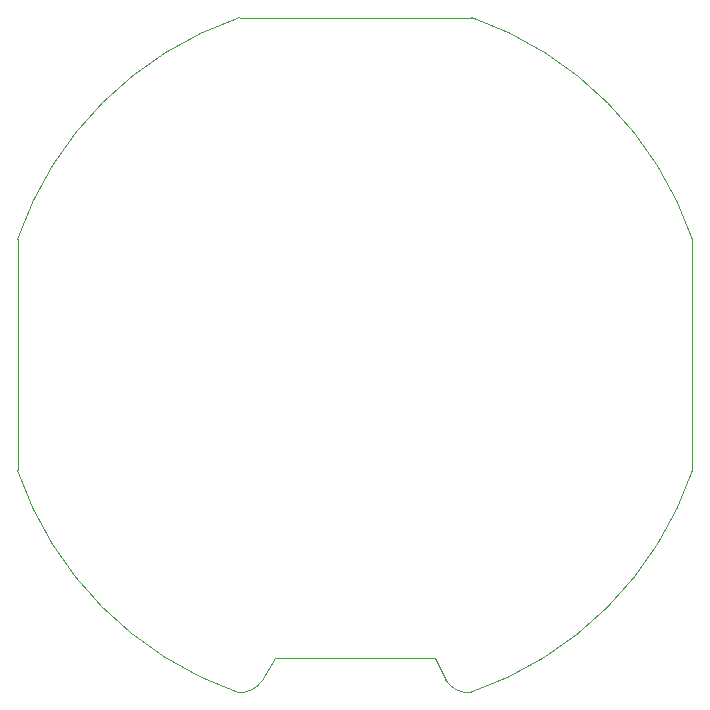
<source format=gbr>
%TF.GenerationSoftware,KiCad,Pcbnew,8.0.1*%
%TF.CreationDate,2024-11-14T00:10:28-08:00*%
%TF.ProjectId,motor_control_design,6d6f746f-725f-4636-9f6e-74726f6c5f64,rev?*%
%TF.SameCoordinates,Original*%
%TF.FileFunction,Profile,NP*%
%FSLAX46Y46*%
G04 Gerber Fmt 4.6, Leading zero omitted, Abs format (unit mm)*
G04 Created by KiCad (PCBNEW 8.0.1) date 2024-11-14 00:10:28*
%MOMM*%
%LPD*%
G01*
G04 APERTURE LIST*
%TA.AperFunction,Profile*%
%ADD10C,0.100000*%
%TD*%
G04 APERTURE END LIST*
D10*
X156692678Y-116647116D02*
X155784530Y-114761261D01*
X120421401Y-79324199D02*
X120421401Y-89103199D01*
X158896033Y-60532262D02*
G75*
G02*
X177565011Y-79328269I-9914033J-28516438D01*
G01*
X158769029Y-117682222D02*
G75*
G02*
X156692670Y-116647121I-169129J2260822D01*
G01*
X177565032Y-89107262D02*
X177565032Y-79328262D01*
X141160384Y-116647115D02*
X142195530Y-114761261D01*
X155784530Y-114761261D02*
X142195530Y-114761262D01*
X177565032Y-98886262D02*
G75*
G02*
X158766486Y-117674713I-28436532J9653262D01*
G01*
X120421401Y-79324199D02*
G75*
G02*
X139219948Y-60535749I28436519J-9653251D01*
G01*
X141160379Y-116647112D02*
G75*
G02*
X139084033Y-117682217I-1907279J1225812D01*
G01*
X120421401Y-89103199D02*
X120421401Y-98882199D01*
X177565032Y-98886262D02*
X177565032Y-89107262D01*
X139219948Y-60535750D02*
X158896033Y-60535750D01*
X139090400Y-117678199D02*
G75*
G02*
X120421367Y-98882211I9914000J28516499D01*
G01*
M02*

</source>
